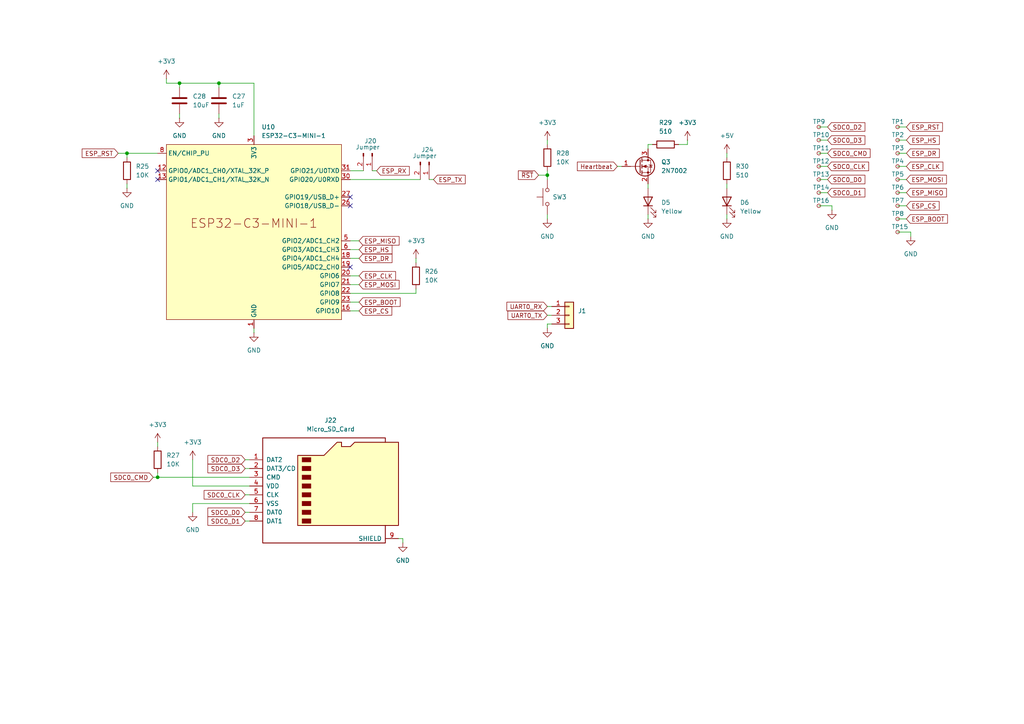
<source format=kicad_sch>
(kicad_sch (version 20231120) (generator "eeschema") (generator_version "8.0")
  (paper "A4")
  (lib_symbols
    (symbol "Connector:Conn_01x02_Pin" (pin_names (offset 1.016) hide)
      (property "Reference" "J" (at 0 2.54 0))
      (property "Value" "Conn_01x02_Pin" (at 0 -5.08 0))
      (symbol "Conn_01x02_Pin_1_1"
        (polyline (pts (xy 1.27 -2.54) (xy 0.8636 -2.54)) (stroke (width 0.1524)))
        (polyline (pts (xy 1.27 0) (xy 0.8636 0)) (stroke (width 0.1524)))
        (rectangle (start 0.8636 -2.413) (end 0 -2.667) (stroke (width 0.1524)) (fill (type outline)))
        (rectangle (start 0.8636 0.127) (end 0 -0.127) (stroke (width 0.1524)) (fill (type outline)))
        (pin passive line (at 5.08 0 180) (length 3.81) (name "Pin_1") (number "1"))
        (pin passive line (at 5.08 -2.54 180) (length 3.81) (name "Pin_2") (number "2"))
      )
    )
    (symbol "Connector:Micro_SD_Card" (pin_names (offset 1.016))
      (property "Reference" "J" (at -16.51 15.24 0))
      (property "Value" "Micro_SD_Card" (at 16.51 15.24 0))
      (symbol "Micro_SD_Card_0_1"
        (rectangle (start -7.62 -9.525) (end -5.08 -10.795) (fill (type outline)))
        (rectangle (start -7.62 -6.985) (end -5.08 -8.255) (fill (type outline)))
        (rectangle (start -7.62 -4.445) (end -5.08 -5.715) (fill (type outline)))
        (rectangle (start -7.62 -1.905) (end -5.08 -3.175) (fill (type outline)))
        (rectangle (start -7.62 0.635) (end -5.08 -0.635) (fill (type outline)))
        (rectangle (start -7.62 3.175) (end -5.08 1.905) (fill (type outline)))
        (rectangle (start -7.62 5.715) (end -5.08 4.445) (fill (type outline)))
        (rectangle (start -7.62 8.255) (end -5.08 6.985) (fill (type outline)))
        (polyline (pts (xy 16.51 12.7) (xy 16.51 13.97) (xy -19.05 13.97) (xy -19.05 -16.51) (xy 16.51 -16.51) (xy 16.51 -11.43)) (stroke (width 0.254)))
        (polyline (pts (xy -8.89 -11.43) (xy -8.89 8.89) (xy -1.27 8.89) (xy 2.54 12.7) (xy 3.81 12.7) (xy 3.81 11.43) (xy 6.35 11.43) (xy 7.62 12.7) (xy 20.32 12.7) (xy 20.32 -11.43) (xy -8.89 -11.43)) (stroke (width 0.254)) (fill (type background)))
      )
      (symbol "Micro_SD_Card_1_1"
        (pin bidirectional line (at -22.86 7.62 0) (length 3.81) (name "DAT2") (number "1"))
        (pin bidirectional line (at -22.86 5.08 0) (length 3.81) (name "DAT3/CD") (number "2"))
        (pin input line (at -22.86 2.54 0) (length 3.81) (name "CMD") (number "3"))
        (pin power_in line (at -22.86 0 0) (length 3.81) (name "VDD") (number "4"))
        (pin input line (at -22.86 -2.54 0) (length 3.81) (name "CLK") (number "5"))
        (pin power_in line (at -22.86 -5.08 0) (length 3.81) (name "VSS") (number "6"))
        (pin bidirectional line (at -22.86 -7.62 0) (length 3.81) (name "DAT0") (number "7"))
        (pin bidirectional line (at -22.86 -10.16 0) (length 3.81) (name "DAT1") (number "8"))
        (pin passive line (at 20.32 -15.24 180) (length 3.81) (name "SHIELD") (number "9"))
      )
    )
    (symbol "Connector:TestPoint_Small" (pin_numbers hide) (pin_names (offset 0.762) hide)
      (property "Reference" "TP" (at 0 3.81 0))
      (property "Value" "TestPoint_Small" (at 0 2.032 0))
      (symbol "TestPoint_Small_0_1"
        (circle (center 0 0) (radius 0.508))
      )
      (symbol "TestPoint_Small_1_1"
        (pin passive line (at 0 0 90) (length 0) (name "1") (number "1"))
      )
    )
    (symbol "Connector_Generic:Conn_01x03" (pin_names (offset 1.016) hide)
      (property "Reference" "J" (at 0 5.08 0))
      (property "Value" "Conn_01x03" (at 0 -5.08 0))
      (symbol "Conn_01x03_1_1"
        (rectangle (start -1.27 -2.413) (end 0 -2.667) (stroke (width 0.1524)))
        (rectangle (start -1.27 0.127) (end 0 -0.127) (stroke (width 0.1524)))
        (rectangle (start -1.27 2.667) (end 0 2.413) (stroke (width 0.1524)))
        (rectangle (start -1.27 3.81) (end 1.27 -3.81) (stroke (width 0.254)) (fill (type background)))
        (pin passive line (at -5.08 2.54 0) (length 3.81) (name "Pin_1") (number "1"))
        (pin passive line (at -5.08 0 0) (length 3.81) (name "Pin_2") (number "2"))
        (pin passive line (at -5.08 -2.54 0) (length 3.81) (name "Pin_3") (number "3"))
      )
    )
    (symbol "Device:C" (pin_numbers hide) (pin_names (offset 0.254))
      (property "Reference" "C" (at 0.635 2.54 0))
      (property "Value" "C" (at 0.635 -2.54 0))
      (symbol "C_0_1"
        (polyline (pts (xy -2.032 -0.762) (xy 2.032 -0.762)) (stroke (width 0.508)))
        (polyline (pts (xy -2.032 0.762) (xy 2.032 0.762)) (stroke (width 0.508)))
      )
      (symbol "C_1_1"
        (pin passive line (at 0 3.81 270) (length 2.794) (name "~") (number "1"))
        (pin passive line (at 0 -3.81 90) (length 2.794) (name "~") (number "2"))
      )
    )
    (symbol "Device:LED" (pin_numbers hide) (pin_names (offset 1.016) hide)
      (property "Reference" "D" (at 0 2.54 0))
      (property "Value" "LED" (at 0 -2.54 0))
      (symbol "LED_0_1"
        (polyline (pts (xy -1.27 -1.27) (xy -1.27 1.27)) (stroke (width 0.254)))
        (polyline (pts (xy -1.27 0) (xy 1.27 0)))
        (polyline (pts (xy 1.27 -1.27) (xy 1.27 1.27) (xy -1.27 0) (xy 1.27 -1.27)) (stroke (width 0.254)))
        (polyline (pts (xy -3.048 -0.762) (xy -4.572 -2.286) (xy -3.81 -2.286) (xy -4.572 -2.286) (xy -4.572 -1.524)))
        (polyline (pts (xy -1.778 -0.762) (xy -3.302 -2.286) (xy -2.54 -2.286) (xy -3.302 -2.286) (xy -3.302 -1.524)))
      )
      (symbol "LED_1_1"
        (pin passive line (at -3.81 0 0) (length 2.54) (name "K") (number "1"))
        (pin passive line (at 3.81 0 180) (length 2.54) (name "A") (number "2"))
      )
    )
    (symbol "Device:R" (pin_numbers hide) (pin_names (offset 0))
      (property "Reference" "R" (at 2.032 0 90))
      (property "Value" "R" (at 0 0 90))
      (symbol "R_0_1"
        (rectangle (start -1.016 -2.54) (end 1.016 2.54) (stroke (width 0.254)))
      )
      (symbol "R_1_1"
        (pin passive line (at 0 3.81 270) (length 1.27) (name "~") (number "1"))
        (pin passive line (at 0 -3.81 90) (length 1.27) (name "~") (number "2"))
      )
    )
    (symbol "PCM_Espressif:ESP32-C3-MINI-1"
      (property "Reference" "U" (at -25.4 30.48 0))
      (property "Value" "ESP32-C3-MINI-1" (at -25.4 27.94 0))
      (symbol "ESP32-C3-MINI-1_0_0"
        (text "ESP32-C3-MINI-1" (at 0 2.54 0) (effects (font (size 2.54 2.54))))
      )
      (symbol "ESP32-C3-MINI-1_0_1"
        (rectangle (start -25.4 25.4) (end 25.4 -25.4) (fill (type background)))
      )
      (symbol "ESP32-C3-MINI-1_1_1"
        (pin power_in line (at 0 -27.94 90) (length 2.54) (name "GND") (number "1"))
        (pin no_connect line (at -25.4 2.54 0) (length 2.54) hide (name "NC") (number "10"))
        (pin passive line (at 0 -27.94 90) (length 2.54) hide (name "GND") (number "11"))
        (pin bidirectional line (at -27.94 17.78 0) (length 2.54) (name "GPIO0/ADC1_CH0/XTAL_32K_P") (number "12"))
        (pin bidirectional line (at -27.94 15.24 0) (length 2.54) (name "GPIO1/ADC1_CH1/XTAL_32K_N") (number "13"))
        (pin passive line (at 0 -27.94 90) (length 2.54) hide (name "GND") (number "14"))
        (pin no_connect line (at -25.4 0 0) (length 2.54) hide (name "NC") (number "15"))
        (pin bidirectional line (at 27.94 -22.86 180) (length 2.54) (name "GPIO10") (number "16"))
        (pin no_connect line (at -25.4 -2.54 0) (length 2.54) hide (name "NC") (number "17"))
        (pin bidirectional line (at 27.94 -7.62 180) (length 2.54) (name "GPIO4/ADC1_CH4") (number "18"))
        (pin bidirectional line (at 27.94 -10.16 180) (length 2.54) (name "GPIO5/ADC2_CH0") (number "19"))
        (pin passive line (at 0 -27.94 90) (length 2.54) hide (name "GND") (number "2"))
        (pin bidirectional line (at 27.94 -12.7 180) (length 2.54) (name "GPIO6") (number "20"))
        (pin bidirectional line (at 27.94 -15.24 180) (length 2.54) (name "GPIO7") (number "21"))
        (pin bidirectional line (at 27.94 -17.78 180) (length 2.54) (name "GPIO8") (number "22"))
        (pin bidirectional line (at 27.94 -20.32 180) (length 2.54) (name "GPIO9") (number "23"))
        (pin no_connect line (at -25.4 -5.08 0) (length 2.54) hide (name "NC") (number "24"))
        (pin no_connect line (at -25.4 -7.62 0) (length 2.54) hide (name "NC") (number "25"))
        (pin bidirectional line (at 27.94 7.62 180) (length 2.54) (name "GPIO18/USB_D-") (number "26"))
        (pin bidirectional line (at 27.94 10.16 180) (length 2.54) (name "GPIO19/USB_D+") (number "27"))
        (pin no_connect line (at -25.4 -10.16 0) (length 2.54) hide (name "NC") (number "28"))
        (pin no_connect line (at -25.4 -12.7 0) (length 2.54) hide (name "NC") (number "29"))
        (pin power_in line (at 0 27.94 270) (length 2.54) (name "3V3") (number "3"))
        (pin bidirectional line (at 27.94 15.24 180) (length 2.54) (name "GPIO20/U0RXD") (number "30"))
        (pin bidirectional line (at 27.94 17.78 180) (length 2.54) (name "GPIO21/U0TXD") (number "31"))
        (pin no_connect line (at -25.4 -15.24 0) (length 2.54) hide (name "NC") (number "32"))
        (pin no_connect line (at -25.4 -17.78 0) (length 2.54) hide (name "NC") (number "33"))
        (pin no_connect line (at -25.4 -20.32 0) (length 2.54) hide (name "NC") (number "34"))
        (pin no_connect line (at -25.4 -22.86 0) (length 2.54) hide (name "NC") (number "35"))
        (pin passive line (at 0 -27.94 90) (length 2.54) hide (name "GND") (number "36"))
        (pin passive line (at 0 -27.94 90) (length 2.54) hide (name "GND") (number "37"))
        (pin passive line (at 0 -27.94 90) (length 2.54) hide (name "GND") (number "38"))
        (pin passive line (at 0 -27.94 90) (length 2.54) hide (name "GND") (number "39"))
        (pin no_connect line (at -25.4 10.16 0) (length 2.54) hide (name "NC") (number "4"))
        (pin passive line (at 0 -27.94 90) (length 2.54) hide (name "GND") (number "40"))
        (pin passive line (at 0 -27.94 90) (length 2.54) hide (name "GND") (number "41"))
        (pin passive line (at 0 -27.94 90) (length 2.54) hide (name "GND") (number "42"))
        (pin passive line (at 0 -27.94 90) (length 2.54) hide (name "GND") (number "43"))
        (pin passive line (at 0 -27.94 90) (length 2.54) hide (name "GND") (number "44"))
        (pin passive line (at 0 -27.94 90) (length 2.54) hide (name "GND") (number "45"))
        (pin passive line (at 0 -27.94 90) (length 2.54) hide (name "GND") (number "46"))
        (pin passive line (at 0 -27.94 90) (length 2.54) hide (name "GND") (number "47"))
        (pin passive line (at 0 -27.94 90) (length 2.54) hide (name "GND") (number "48"))
        (pin passive line (at 0 -27.94 90) (length 2.54) hide (name "GND") (number "49"))
        (pin bidirectional line (at 27.94 -2.54 180) (length 2.54) (name "GPIO2/ADC1_CH2") (number "5"))
        (pin passive line (at 0 -27.94 90) (length 2.54) hide (name "GND") (number "50"))
        (pin passive line (at 0 -27.94 90) (length 2.54) hide (name "GND") (number "51"))
        (pin passive line (at 0 -27.94 90) (length 2.54) hide (name "GND") (number "52"))
        (pin passive line (at 0 -27.94 90) (length 2.54) hide (name "GND") (number "53"))
        (pin bidirectional line (at 27.94 -5.08 180) (length 2.54) (name "GPIO3/ADC1_CH3") (number "6"))
        (pin no_connect line (at -25.4 7.62 0) (length 2.54) hide (name "NC") (number "7"))
        (pin input line (at -27.94 22.86 0) (length 2.54) (name "EN/CHIP_PU") (number "8"))
        (pin no_connect line (at -25.4 5.08 0) (length 2.54) hide (name "NC") (number "9"))
      )
    )
    (symbol "Switch:SW_Push" (pin_numbers hide) (pin_names (offset 1.016) hide)
      (property "Reference" "SW" (at 1.27 2.54 0))
      (property "Value" "SW_Push" (at 0 -1.524 0))
      (symbol "SW_Push_0_1"
        (circle (center -2.032 0) (radius 0.508))
        (polyline (pts (xy 0 1.27) (xy 0 3.048)))
        (polyline (pts (xy 2.54 1.27) (xy -2.54 1.27)))
        (circle (center 2.032 0) (radius 0.508))
        (pin passive line (at -5.08 0 0) (length 2.54) (name "1") (number "1"))
        (pin passive line (at 5.08 0 180) (length 2.54) (name "2") (number "2"))
      )
    )
    (symbol "Transistor_FET:2N7002" (pin_names hide)
      (property "Reference" "Q" (at 5.08 1.905 0))
      (property "Value" "2N7002" (at 5.08 0 0))
      (symbol "2N7002_0_1"
        (polyline (pts (xy 0.254 0) (xy -2.54 0)))
        (polyline (pts (xy 0.254 1.905) (xy 0.254 -1.905)) (stroke (width 0.254)))
        (polyline (pts (xy 0.762 -1.27) (xy 0.762 -2.286)) (stroke (width 0.254)))
        (polyline (pts (xy 0.762 0.508) (xy 0.762 -0.508)) (stroke (width 0.254)))
        (polyline (pts (xy 0.762 2.286) (xy 0.762 1.27)) (stroke (width 0.254)))
        (polyline (pts (xy 2.54 2.54) (xy 2.54 1.778)))
        (polyline (pts (xy 2.54 -2.54) (xy 2.54 0) (xy 0.762 0)))
        (polyline (pts (xy 0.762 -1.778) (xy 3.302 -1.778) (xy 3.302 1.778) (xy 0.762 1.778)))
        (polyline (pts (xy 1.016 0) (xy 2.032 0.381) (xy 2.032 -0.381) (xy 1.016 0)) (fill (type outline)))
        (polyline (pts (xy 2.794 0.508) (xy 2.921 0.381) (xy 3.683 0.381) (xy 3.81 0.254)))
        (polyline (pts (xy 3.302 0.381) (xy 2.921 -0.254) (xy 3.683 -0.254) (xy 3.302 0.381)))
        (circle (center 1.651 0) (radius 2.794) (stroke (width 0.254)))
        (circle (center 2.54 -1.778) (radius 0.254) (fill (type outline)))
        (circle (center 2.54 1.778) (radius 0.254) (fill (type outline)))
      )
      (symbol "2N7002_1_1"
        (pin input line (at -5.08 0 0) (length 2.54) (name "G") (number "1"))
        (pin passive line (at 2.54 -5.08 90) (length 2.54) (name "S") (number "2"))
        (pin passive line (at 2.54 5.08 270) (length 2.54) (name "D") (number "3"))
      )
    )
    (symbol "power:+3V3" (power) (pin_numbers hide) (pin_names (offset 0) hide)
      (property "Value" "+3V3" (at 0 3.556 0))
      (symbol "+3V3_0_1"
        (polyline (pts (xy -0.762 1.27) (xy 0 2.54)))
        (polyline (pts (xy 0 0) (xy 0 2.54)))
        (polyline (pts (xy 0 2.54) (xy 0.762 1.27)))
      )
      (symbol "+3V3_1_1"
        (pin power_in line (at 0 0 90) (length 0) (name "~") (number "1"))
      )
    )
    (symbol "power:+5V" (power) (pin_numbers hide) (pin_names (offset 0) hide)
      (property "Value" "+5V" (at 0 3.556 0))
      (symbol "+5V_0_1"
        (polyline (pts (xy -0.762 1.27) (xy 0 2.54)))
        (polyline (pts (xy 0 0) (xy 0 2.54)))
        (polyline (pts (xy 0 2.54) (xy 0.762 1.27)))
      )
      (symbol "+5V_1_1"
        (pin power_in line (at 0 0 90) (length 0) (name "~") (number "1"))
      )
    )
    (symbol "power:GND" (power) (pin_numbers hide) (pin_names (offset 0) hide)
      (property "Value" "GND" (at 0 -3.81 0))
      (symbol "GND_0_1"
        (polyline (pts (xy 0 0) (xy 0 -1.27) (xy 1.27 -1.27) (xy 0 -2.54) (xy -1.27 -1.27) (xy 0 -1.27)))
      )
      (symbol "GND_1_1"
        (pin power_in line (at 0 0 270) (length 0) (name "~") (number "1"))
      )
    )
  )
  (junction (at 45.72 138.43))
  (junction (at 63.5 24.13))
  (junction (at 36.83 44.45))
  (junction (at 52.07 24.13))
  (junction (at 158.75 50.8))
  (no_connect (at 101.6 77.47))
  (no_connect (at 101.6 57.15))
  (no_connect (at 101.6 59.69))
  (no_connect (at 45.72 52.07))
  (no_connect (at 45.72 49.53))
  (wire (pts (xy 71.12 135.89) (xy 72.39 135.89)))
  (wire (pts (xy 45.72 138.43) (xy 72.39 138.43)))
  (wire (pts (xy 158.75 50.8) (xy 158.75 52.07)))
  (wire (pts (xy 210.82 53.34) (xy 210.82 54.61)))
  (wire (pts (xy 116.84 156.21) (xy 116.84 157.48)))
  (wire (pts (xy 115.57 156.21) (xy 116.84 156.21)))
  (wire (pts (xy 237.49 44.45) (xy 240.03 44.45)))
  (wire (pts (xy 73.66 24.13) (xy 63.5 24.13)))
  (wire (pts (xy 101.6 90.17) (xy 104.14 90.17)))
  (wire (pts (xy 187.96 62.23) (xy 187.96 63.5)))
  (wire (pts (xy 101.6 72.39) (xy 104.14 72.39)))
  (wire (pts (xy 71.12 143.51) (xy 72.39 143.51)))
  (wire (pts (xy 101.6 80.01) (xy 104.14 80.01)))
  (wire (pts (xy 237.49 36.83) (xy 240.03 36.83)))
  (wire (pts (xy 260.35 44.45) (xy 262.89 44.45)))
  (wire (pts (xy 72.39 146.05) (xy 55.88 146.05)))
  (wire (pts (xy 36.83 44.45) (xy 45.72 44.45)))
  (wire (pts (xy 71.12 133.35) (xy 72.39 133.35)))
  (wire (pts (xy 124.46 52.07) (xy 125.73 52.07)))
  (wire (pts (xy 36.83 44.45) (xy 36.83 45.72)))
  (wire (pts (xy 101.6 82.55) (xy 104.14 82.55)))
  (wire (pts (xy 48.26 22.86) (xy 48.26 24.13)))
  (wire (pts (xy 241.3 59.69) (xy 241.3 60.96)))
  (wire (pts (xy 187.96 41.91) (xy 187.96 43.18)))
  (wire (pts (xy 120.65 83.82) (xy 120.65 85.09)))
  (wire (pts (xy 45.72 137.16) (xy 45.72 138.43)))
  (wire (pts (xy 55.88 133.35) (xy 55.88 140.97)))
  (wire (pts (xy 260.35 52.07) (xy 262.89 52.07)))
  (wire (pts (xy 101.6 52.07) (xy 121.92 52.07)))
  (wire (pts (xy 260.35 48.26) (xy 262.89 48.26)))
  (wire (pts (xy 101.6 69.85) (xy 104.14 69.85)))
  (wire (pts (xy 73.66 39.37) (xy 73.66 24.13)))
  (wire (pts (xy 71.12 148.59) (xy 72.39 148.59)))
  (wire (pts (xy 264.16 67.31) (xy 264.16 68.58)))
  (wire (pts (xy 55.88 146.05) (xy 55.88 148.59)))
  (wire (pts (xy 63.5 24.13) (xy 52.07 24.13)))
  (wire (pts (xy 107.95 49.53) (xy 109.22 49.53)))
  (wire (pts (xy 158.75 93.98) (xy 158.75 95.25)))
  (wire (pts (xy 158.75 91.44) (xy 160.02 91.44)))
  (wire (pts (xy 237.49 55.88) (xy 240.03 55.88)))
  (wire (pts (xy 158.75 40.64) (xy 158.75 41.91)))
  (wire (pts (xy 260.35 59.69) (xy 262.89 59.69)))
  (wire (pts (xy 260.35 67.31) (xy 264.16 67.31)))
  (wire (pts (xy 101.6 85.09) (xy 120.65 85.09)))
  (wire (pts (xy 72.39 140.97) (xy 55.88 140.97)))
  (wire (pts (xy 63.5 24.13) (xy 63.5 25.4)))
  (wire (pts (xy 260.35 36.83) (xy 262.89 36.83)))
  (wire (pts (xy 52.07 24.13) (xy 52.07 25.4)))
  (wire (pts (xy 179.07 48.26) (xy 180.34 48.26)))
  (wire (pts (xy 71.12 151.13) (xy 72.39 151.13)))
  (wire (pts (xy 36.83 53.34) (xy 36.83 54.61)))
  (wire (pts (xy 34.29 44.45) (xy 36.83 44.45)))
  (wire (pts (xy 160.02 93.98) (xy 158.75 93.98)))
  (wire (pts (xy 101.6 49.53) (xy 105.41 49.53)))
  (wire (pts (xy 101.6 74.93) (xy 104.14 74.93)))
  (wire (pts (xy 196.85 41.91) (xy 199.39 41.91)))
  (wire (pts (xy 158.75 62.23) (xy 158.75 63.5)))
  (wire (pts (xy 52.07 33.02) (xy 52.07 34.29)))
  (wire (pts (xy 156.21 50.8) (xy 158.75 50.8)))
  (wire (pts (xy 210.82 62.23) (xy 210.82 63.5)))
  (wire (pts (xy 210.82 44.45) (xy 210.82 45.72)))
  (wire (pts (xy 260.35 55.88) (xy 262.89 55.88)))
  (wire (pts (xy 237.49 52.07) (xy 240.03 52.07)))
  (wire (pts (xy 48.26 24.13) (xy 52.07 24.13)))
  (wire (pts (xy 44.45 138.43) (xy 45.72 138.43)))
  (wire (pts (xy 237.49 59.69) (xy 241.3 59.69)))
  (wire (pts (xy 101.6 87.63) (xy 104.14 87.63)))
  (wire (pts (xy 199.39 40.64) (xy 199.39 41.91)))
  (wire (pts (xy 158.75 49.53) (xy 158.75 50.8)))
  (wire (pts (xy 187.96 53.34) (xy 187.96 54.61)))
  (wire (pts (xy 260.35 63.5) (xy 262.89 63.5)))
  (wire (pts (xy 189.23 41.91) (xy 187.96 41.91)))
  (wire (pts (xy 63.5 33.02) (xy 63.5 34.29)))
  (wire (pts (xy 73.66 95.25) (xy 73.66 96.52)))
  (wire (pts (xy 260.35 40.64) (xy 262.89 40.64)))
  (wire (pts (xy 158.75 88.9) (xy 160.02 88.9)))
  (wire (pts (xy 45.72 128.27) (xy 45.72 129.54)))
  (wire (pts (xy 120.65 74.93) (xy 120.65 76.2)))
  (wire (pts (xy 237.49 40.64) (xy 240.03 40.64)))
  (wire (pts (xy 237.49 48.26) (xy 240.03 48.26)))
  (global_label "SDC0_D2" (shape input) (at 240.03 36.83 0) (property "Intersheetrefs" "${INTERSHEET_REFS}" (effects (hide yes))))
  (global_label "Heartbeat" (shape input) (at 179.07 48.26 180) (property "Intersheetrefs" "${INTERSHEET_REFS}" (effects (hide yes))))
  (global_label "ESP_RST" (shape input) (at 34.29 44.45 180) (property "Intersheetrefs" "${INTERSHEET_REFS}" (effects (hide yes))))
  (global_label "SDC0_D2" (shape input) (at 71.12 133.35 180) (property "Intersheetrefs" "${INTERSHEET_REFS}" (effects (hide yes))))
  (global_label "ESP_HS" (shape input) (at 262.89 40.64 0) (property "Intersheetrefs" "${INTERSHEET_REFS}" (effects (hide yes))))
  (global_label "SDC0_CMD" (shape input) (at 240.03 44.45 0) (property "Intersheetrefs" "${INTERSHEET_REFS}" (effects (hide yes))))
  (global_label "ESP_BOOT" (shape input) (at 104.14 87.63 0) (property "Intersheetrefs" "${INTERSHEET_REFS}" (effects (hide yes))))
  (global_label "ESP_DR" (shape input) (at 104.14 74.93 0) (property "Intersheetrefs" "${INTERSHEET_REFS}" (effects (hide yes))))
  (global_label "ESP_MOSI" (shape input) (at 104.14 82.55 0) (property "Intersheetrefs" "${INTERSHEET_REFS}" (effects (hide yes))))
  (global_label "SDC0_D1" (shape input) (at 240.03 55.88 0) (property "Intersheetrefs" "${INTERSHEET_REFS}" (effects (hide yes))))
  (global_label "ESP_CS" (shape input) (at 104.14 90.17 0) (property "Intersheetrefs" "${INTERSHEET_REFS}" (effects (hide yes))))
  (global_label "ESP_CLK" (shape input) (at 262.89 48.26 0) (property "Intersheetrefs" "${INTERSHEET_REFS}" (effects (hide yes))))
  (global_label "SDC0_D0" (shape input) (at 240.03 52.07 0) (property "Intersheetrefs" "${INTERSHEET_REFS}" (effects (hide yes))))
  (global_label "SDC0_D1" (shape input) (at 71.12 151.13 180) (property "Intersheetrefs" "${INTERSHEET_REFS}" (effects (hide yes))))
  (global_label "SDC0_D3" (shape input) (at 71.12 135.89 180) (property "Intersheetrefs" "${INTERSHEET_REFS}" (effects (hide yes))))
  (global_label "ESP_MOSI" (shape input) (at 262.89 52.07 0) (property "Intersheetrefs" "${INTERSHEET_REFS}" (effects (hide yes))))
  (global_label "ESP_HS" (shape input) (at 104.14 72.39 0) (property "Intersheetrefs" "${INTERSHEET_REFS}" (effects (hide yes))))
  (global_label "UART0_RX" (shape input) (at 158.75 88.9 180) (property "Intersheetrefs" "${INTERSHEET_REFS}" (effects (hide yes))))
  (global_label "ESP_DR" (shape input) (at 262.89 44.45 0) (property "Intersheetrefs" "${INTERSHEET_REFS}" (effects (hide yes))))
  (global_label "SDC0_D3" (shape input) (at 240.03 40.64 0) (property "Intersheetrefs" "${INTERSHEET_REFS}" (effects (hide yes))))
  (global_label "~{RST}" (shape input) (at 156.21 50.8 180) (property "Intersheetrefs" "${INTERSHEET_REFS}" (effects (hide yes))))
  (global_label "ESP_CLK" (shape input) (at 104.14 80.01 0) (property "Intersheetrefs" "${INTERSHEET_REFS}" (effects (hide yes))))
  (global_label "ESP_RST" (shape input) (at 262.89 36.83 0) (property "Intersheetrefs" "${INTERSHEET_REFS}" (effects (hide yes))))
  (global_label "ESP_RX" (shape input) (at 109.22 49.53 0) (property "Intersheetrefs" "${INTERSHEET_REFS}" (effects (hide yes))))
  (global_label "ESP_CS" (shape input) (at 262.89 59.69 0) (property "Intersheetrefs" "${INTERSHEET_REFS}" (effects (hide yes))))
  (global_label "ESP_BOOT" (shape input) (at 262.89 63.5 0) (property "Intersheetrefs" "${INTERSHEET_REFS}" (effects (hide yes))))
  (global_label "SDC0_CLK" (shape input) (at 71.12 143.51 180) (property "Intersheetrefs" "${INTERSHEET_REFS}" (effects (hide yes))))
  (global_label "ESP_TX" (shape input) (at 125.73 52.07 0) (property "Intersheetrefs" "${INTERSHEET_REFS}" (effects (hide yes))))
  (global_label "SDC0_CMD" (shape input) (at 44.45 138.43 180) (property "Intersheetrefs" "${INTERSHEET_REFS}" (effects (hide yes))))
  (global_label "SDC0_D0" (shape input) (at 71.12 148.59 180) (property "Intersheetrefs" "${INTERSHEET_REFS}" (effects (hide yes))))
  (global_label "UART0_TX" (shape input) (at 158.75 91.44 180) (property "Intersheetrefs" "${INTERSHEET_REFS}" (effects (hide yes))))
  (global_label "ESP_MISO" (shape input) (at 262.89 55.88 0) (property "Intersheetrefs" "${INTERSHEET_REFS}" (effects (hide yes))))
  (global_label "ESP_MISO" (shape input) (at 104.14 69.85 0) (property "Intersheetrefs" "${INTERSHEET_REFS}" (effects (hide yes))))
  (global_label "SDC0_CLK" (shape input) (at 240.03 48.26 0) (property "Intersheetrefs" "${INTERSHEET_REFS}" (effects (hide yes))))
  (symbol (lib_id "Connector:TestPoint_Small") (at 237.49 59.69 0) (unit 1)
    (property "Reference" "TP16" (at 235.712 58.166 0) (effects (justify left)))
    (property "Value" "TestPoint_Small" (effects (hide yes)))
    (property "Footprint" "TestPoint:TestPoint_Pad_D1.0mm" (effects (hide yes)))
    (property "Description" "test point" (effects (hide yes)))
  )
  (symbol (lib_id "power:GND") (at 210.82 63.5 0) (unit 1)
    (property "Reference" "#PWR0110" (effects (hide yes)))
    (property "Value" "GND" (at 210.82 68.58 0))
    (property "Description" "Power symbol creates a global label with name \"GND\" , ground" (effects (hide yes)))
  )
  (symbol (lib_id "power:GND") (at 52.07 34.29 0) (unit 1)
    (property "Reference" "#PWR097" (effects (hide yes)))
    (property "Value" "GND" (at 52.07 39.37 0))
    (property "Description" "Power symbol creates a global label with name \"GND\" , ground" (effects (hide yes)))
  )
  (symbol (lib_id "power:+3V3") (at 199.39 40.64 0) (unit 1)
    (property "Reference" "#PWR0108" (effects (hide yes)))
    (property "Value" "+3V3" (at 199.39 35.56 0))
    (property "Description" "Power symbol creates a global label with name \"+3V3\"" (effects (hide yes)))
  )
  (symbol (lib_id "Device:R") (at 158.75 45.72 0) (unit 1)
    (property "Reference" "R28" (at 161.29 44.4499 0) (effects (justify left)))
    (property "Value" "10K" (at 161.29 46.9899 0) (effects (justify left)))
    (property "Footprint" "Resistor_SMD:R_0603_1608Metric" (effects (hide yes)))
    (property "Datasheet" "https://wmsc.lcsc.com/wmsc/upload/file/pdf/v2/lcsc/2206010045_UNI-ROYAL-Uniroyal-Elec-0603WAF1002T5E_C25804.pdf" (effects (hide yes)))
    (property "Description" "Resistor" (effects (hide yes)))
    (property "LCSC" "C25804" (effects (hide yes)))
  )
  (symbol (lib_id "Device:R") (at 193.04 41.91 90) (unit 1)
    (property "Reference" "R29" (at 193.04 35.56 90))
    (property "Value" "510" (at 193.04 38.1 90))
    (property "Footprint" "Resistor_SMD:R_0603_1608Metric" (effects (hide yes)))
    (property "Datasheet" "https://wmsc.lcsc.com/wmsc/upload/file/pdf/v2/lcsc/2206010116_UNI-ROYAL-Uniroyal-Elec-0603WAF5601T5E_C23189.pdf" (effects (hide yes)))
    (property "Description" "Resistor" (effects (hide yes)))
    (property "LCSC" "C23193" (effects (hide yes)))
  )
  (symbol (lib_id "Connector:Micro_SD_Card") (at 95.25 140.97 0) (unit 1)
    (property "Reference" "J22" (at 95.885 121.92 0))
    (property "Value" "Micro_SD_Card" (at 95.885 124.46 0))
    (property "Footprint" "Connector_Card:microSD_HC_Molex_104031-0811" (effects (hide yes)))
    (property "Datasheet" "https://wmsc.lcsc.com/wmsc/upload/file/pdf/v2/lcsc/2011171806_MOLEX-1040310811_C585350.pdf" (effects (hide yes)))
    (property "Description" "Micro SD Card Socket" (effects (hide yes)))
    (property "LCSC" "C585350" (effects (hide yes)))
  )
  (symbol (lib_id "Device:C") (at 52.07 29.21 0) (unit 1)
    (property "Reference" "C28" (at 55.88 27.9399 0) (effects (justify left)))
    (property "Value" "10uF" (at 55.88 30.4799 0) (effects (justify left)))
    (property "Footprint" "Capacitor_SMD:C_0402_1005Metric" (effects (hide yes)))
    (property "Datasheet" "https://wmsc.lcsc.com/wmsc/upload/file/pdf/v2/lcsc/2304140030_Samsung-Electro-Mechanics-CL10A106KP8NNNC_C19702.pdf" (effects (hide yes)))
    (property "Description" "Unpolarized capacitor" (effects (hide yes)))
    (property "LCSC" "C15525" (effects (hide yes)))
  )
  (symbol (lib_id "Connector:TestPoint_Small") (at 260.35 63.5 0) (unit 1)
    (property "Reference" "TP8" (at 258.572 61.976 0) (effects (justify left)))
    (property "Value" "TestPoint_Small" (effects (hide yes)))
    (property "Footprint" "TestPoint:TestPoint_Pad_D1.0mm" (effects (hide yes)))
    (property "Description" "test point" (effects (hide yes)))
  )
  (symbol (lib_id "PCM_Espressif:ESP32-C3-MINI-1") (at 73.66 67.31 0) (unit 1)
    (property "Reference" "U10" (at 75.8541 36.83 0) (effects (justify left)))
    (property "Value" "ESP32-C3-MINI-1" (at 75.8541 39.37 0) (effects (justify left)))
    (property "Footprint" "PCM_Espressif:ESP32-C3-MINI-1" (effects (hide yes)))
    (property "Datasheet" "https://www.espressif.com/sites/default/files/documentation/esp32-c3-mini-1_datasheet_en.pdf" (effects (hide yes)))
    (property "Description" "ESP32-C3-MINI-1 family is an ultra-low-power MCU-based SoC solution that supports 2.4 GHz Wi-Fi and Bluetooth®Low Energy (Bluetooth LE)." (effects (hide yes)))
  )
  (symbol (lib_id "power:GND") (at 241.3 60.96 0) (unit 1)
    (property "Reference" "#PWR03" (effects (hide yes)))
    (property "Value" "GND" (at 241.3 66.04 0))
    (property "Description" "Power symbol creates a global label with name \"GND\" , ground" (effects (hide yes)))
  )
  (symbol (lib_id "power:GND") (at 36.83 54.61 0) (unit 1)
    (property "Reference" "#PWR099" (effects (hide yes)))
    (property "Value" "GND" (at 36.83 59.69 0))
    (property "Description" "Power symbol creates a global label with name \"GND\" , ground" (effects (hide yes)))
  )
  (symbol (lib_id "power:GND") (at 187.96 63.5 0) (unit 1)
    (property "Reference" "#PWR0107" (effects (hide yes)))
    (property "Value" "GND" (at 187.96 68.58 0))
    (property "Description" "Power symbol creates a global label with name \"GND\" , ground" (effects (hide yes)))
  )
  (symbol (lib_id "Device:R") (at 120.65 80.01 0) (unit 1)
    (property "Reference" "R26" (at 123.19 78.7399 0) (effects (justify left)))
    (property "Value" "10K" (at 123.19 81.2799 0) (effects (justify left)))
    (property "Footprint" "Resistor_SMD:R_0603_1608Metric" (effects (hide yes)))
    (property "Datasheet" "https://wmsc.lcsc.com/wmsc/upload/file/pdf/v2/lcsc/2206010045_UNI-ROYAL-Uniroyal-Elec-0603WAF1002T5E_C25804.pdf" (effects (hide yes)))
    (property "Description" "Resistor" (effects (hide yes)))
    (property "LCSC" "C25804" (effects (hide yes)))
  )
  (symbol (lib_id "Connector:TestPoint_Small") (at 260.35 52.07 0) (unit 1)
    (property "Reference" "TP5" (at 258.572 50.546 0) (effects (justify left)))
    (property "Value" "TestPoint_Small" (effects (hide yes)))
    (property "Footprint" "TestPoint:TestPoint_Pad_D1.0mm" (effects (hide yes)))
    (property "Description" "test point" (effects (hide yes)))
  )
  (symbol (lib_id "Connector:TestPoint_Small") (at 260.35 48.26 0) (unit 1)
    (property "Reference" "TP4" (at 258.572 46.736 0) (effects (justify left)))
    (property "Value" "TestPoint_Small" (effects (hide yes)))
    (property "Footprint" "TestPoint:TestPoint_Pad_D1.0mm" (effects (hide yes)))
    (property "Description" "test point" (effects (hide yes)))
  )
  (symbol (lib_id "power:+3V3") (at 55.88 133.35 0) (unit 1)
    (property "Reference" "#PWR0101" (effects (hide yes)))
    (property "Value" "+3V3" (at 55.88 128.27 0))
    (property "Description" "Power symbol creates a global label with name \"+3V3\"" (effects (hide yes)))
  )
  (symbol (lib_id "Connector:TestPoint_Small") (at 260.35 44.45 0) (unit 1)
    (property "Reference" "TP3" (at 258.572 42.926 0) (effects (justify left)))
    (property "Value" "TestPoint_Small" (effects (hide yes)))
    (property "Footprint" "TestPoint:TestPoint_Pad_D1.0mm" (effects (hide yes)))
    (property "Description" "test point" (effects (hide yes)))
  )
  (symbol (lib_id "Connector:TestPoint_Small") (at 237.49 55.88 0) (unit 1)
    (property "Reference" "TP14" (at 235.712 54.356 0) (effects (justify left)))
    (property "Value" "TestPoint_Small" (effects (hide yes)))
    (property "Footprint" "TestPoint:TestPoint_Pad_D1.0mm" (effects (hide yes)))
    (property "Description" "test point" (effects (hide yes)))
  )
  (symbol (lib_id "Connector:TestPoint_Small") (at 237.49 36.83 0) (unit 1)
    (property "Reference" "TP9" (at 235.712 35.306 0) (effects (justify left)))
    (property "Value" "TestPoint_Small" (effects (hide yes)))
    (property "Footprint" "TestPoint:TestPoint_Pad_D1.0mm" (effects (hide yes)))
    (property "Description" "test point" (effects (hide yes)))
  )
  (symbol (lib_id "power:GND") (at 116.84 157.48 0) (unit 1)
    (property "Reference" "#PWR0104" (effects (hide yes)))
    (property "Value" "GND" (at 116.84 162.56 0))
    (property "Description" "Power symbol creates a global label with name \"GND\" , ground" (effects (hide yes)))
  )
  (symbol (lib_id "power:+5V") (at 210.82 44.45 0) (unit 1)
    (property "Reference" "#PWR0109" (effects (hide yes)))
    (property "Value" "+5V" (at 210.82 39.37 0))
    (property "Description" "Power symbol creates a global label with name \"+5V\"" (effects (hide yes)))
  )
  (symbol (lib_id "Connector:TestPoint_Small") (at 260.35 55.88 0) (unit 1)
    (property "Reference" "TP6" (at 258.572 54.356 0) (effects (justify left)))
    (property "Value" "TestPoint_Small" (effects (hide yes)))
    (property "Footprint" "TestPoint:TestPoint_Pad_D1.0mm" (effects (hide yes)))
    (property "Description" "test point" (effects (hide yes)))
  )
  (symbol (lib_id "power:GND") (at 73.66 96.52 0) (unit 1)
    (property "Reference" "#PWR096" (effects (hide yes)))
    (property "Value" "GND" (at 73.66 101.6 0))
    (property "Description" "Power symbol creates a global label with name \"GND\" , ground" (effects (hide yes)))
  )
  (symbol (lib_id "power:+3V3") (at 158.75 40.64 0) (unit 1)
    (property "Reference" "#PWR0105" (effects (hide yes)))
    (property "Value" "+3V3" (at 158.75 35.56 0))
    (property "Description" "Power symbol creates a global label with name \"+3V3\"" (effects (hide yes)))
  )
  (symbol (lib_id "Device:R") (at 210.82 49.53 0) (unit 1)
    (property "Reference" "R30" (at 213.36 48.2599 0) (effects (justify left)))
    (property "Value" "510" (at 213.36 50.7999 0) (effects (justify left)))
    (property "Footprint" "Resistor_SMD:R_0603_1608Metric" (effects (hide yes)))
    (property "Datasheet" "https://wmsc.lcsc.com/wmsc/upload/file/pdf/v2/lcsc/2206010116_UNI-ROYAL-Uniroyal-Elec-0603WAF5601T5E_C23189.pdf" (effects (hide yes)))
    (property "Description" "Resistor" (effects (hide yes)))
    (property "LCSC" "C23193" (effects (hide yes)))
  )
  (symbol (lib_id "Connector:TestPoint_Small") (at 260.35 36.83 0) (unit 1)
    (property "Reference" "TP1" (at 258.572 35.306 0) (effects (justify left)))
    (property "Value" "TestPoint_Small" (effects (hide yes)))
    (property "Footprint" "TestPoint:TestPoint_Pad_D1.0mm" (effects (hide yes)))
    (property "Description" "test point" (effects (hide yes)))
  )
  (symbol (lib_id "power:+3V3") (at 45.72 128.27 0) (unit 1)
    (property "Reference" "#PWR0102" (effects (hide yes)))
    (property "Value" "+3V3" (at 45.72 123.19 0))
    (property "Description" "Power symbol creates a global label with name \"+3V3\"" (effects (hide yes)))
  )
  (symbol (lib_id "power:+3V3") (at 120.65 74.93 0) (unit 1)
    (property "Reference" "#PWR095" (effects (hide yes)))
    (property "Value" "+3V3" (at 120.65 69.85 0))
    (property "Description" "Power symbol creates a global label with name \"+3V3\"" (effects (hide yes)))
  )
  (symbol (lib_id "Connector:TestPoint_Small") (at 260.35 59.69 0) (unit 1)
    (property "Reference" "TP7" (at 258.572 58.166 0) (effects (justify left)))
    (property "Value" "TestPoint_Small" (effects (hide yes)))
    (property "Footprint" "TestPoint:TestPoint_Pad_D1.0mm" (effects (hide yes)))
    (property "Description" "test point" (effects (hide yes)))
  )
  (symbol (lib_id "power:GND") (at 63.5 34.29 0) (unit 1)
    (property "Reference" "#PWR098" (effects (hide yes)))
    (property "Value" "GND" (at 63.5 39.37 0))
    (property "Description" "Power symbol creates a global label with name \"GND\" , ground" (effects (hide yes)))
  )
  (symbol (lib_id "Connector:TestPoint_Small") (at 260.35 40.64 0) (unit 1)
    (property "Reference" "TP2" (at 258.572 39.116 0) (effects (justify left)))
    (property "Value" "TestPoint_Small" (effects (hide yes)))
    (property "Footprint" "TestPoint:TestPoint_Pad_D1.0mm" (effects (hide yes)))
    (property "Description" "test point" (effects (hide yes)))
  )
  (symbol (lib_id "power:GND") (at 158.75 63.5 0) (unit 1)
    (property "Reference" "#PWR0106" (effects (hide yes)))
    (property "Value" "GND" (at 158.75 68.58 0))
    (property "Description" "Power symbol creates a global label with name \"GND\" , ground" (effects (hide yes)))
  )
  (symbol (lib_id "Device:LED") (at 187.96 58.42 90) (unit 1)
    (property "Reference" "D5" (at 191.77 58.7374 90) (effects (justify right)))
    (property "Value" "Yellow" (at 191.77 61.2774 90) (effects (justify right)))
    (property "Footprint" "LED_SMD:LED_0603_1608Metric" (effects (hide yes)))
    (property "Datasheet" "https://wmsc.lcsc.com/wmsc/upload/file/pdf/v2/lcsc/1810101813_Everlight-Elec-19-213-Y2C-CQ2R2L-3T-CY_C72038.pdf" (effects (hide yes)))
    (property "Description" "Light emitting diode" (effects (hide yes)))
    (property "LCSC" "C72038" (effects (hide yes)))
  )
  (symbol (lib_id "power:GND") (at 264.16 68.58 0) (unit 1)
    (property "Reference" "#PWR02" (effects (hide yes)))
    (property "Value" "GND" (at 264.16 73.66 0))
    (property "Description" "Power symbol creates a global label with name \"GND\" , ground" (effects (hide yes)))
  )
  (symbol (lib_id "Connector:Conn_01x02_Pin") (at 124.46 46.99 270) (unit 1)
    (property "Reference" "J24" (at 122.174 43.434 90) (effects (justify left)))
    (property "Value" "Jumper" (at 119.634 45.212 90) (effects (justify left)))
    (property "Footprint" "Connector_PinHeader_2.54mm:PinHeader_1x02_P2.54mm_Vertical" (effects (hide yes)))
    (property "Description" "Generic connector, single row, 01x02, script generated" (effects (hide yes)))
  )
  (symbol (lib_id "Switch:SW_Push") (at 158.75 57.15 90) (unit 1)
    (property "Reference" "SW3" (at 160.274 57.15 90) (effects (justify right)))
    (property "Value" "SW_Push" (effects (hide yes)))
    (property "Footprint" "Button_Switch_SMD:SW_Push_1P1T_XKB_TS-1187A" (effects (hide yes)))
    (property "Datasheet" "https://wmsc.lcsc.com/wmsc/upload/file/pdf/v2/lcsc/2304140030_XKB-Connectivity-TS-1187A-B-A-B_C318884.pdf" (effects (hide yes)))
    (property "Description" "Push button switch, generic, two pins" (effects (hide yes)))
    (property "LCSC" "C318884" (effects (hide yes)))
  )
  (symbol (lib_id "Transistor_FET:2N7002") (at 185.42 48.26 0) (unit 1)
    (property "Reference" "Q3" (at 191.77 46.9899 0) (effects (justify left)))
    (property "Value" "2N7002" (at 191.77 49.5299 0) (effects (justify left)))
    (property "Footprint" "Package_TO_SOT_SMD:SOT-23" (effects (hide yes)))
    (property "Datasheet" "https://wmsc.lcsc.com/wmsc/upload/file/pdf/v2/lcsc/2304140030_Jiangsu-Changjing-Electronics-Technology-Co---Ltd--2N7002_C8545.pdf" (effects (hide yes)))
    (property "Description" "0.115A Id, 60V Vds, N-Channel MOSFET, SOT-23" (effects (hide yes)))
    (property "LCSC" "C8545" (effects (hide yes)))
  )
  (symbol (lib_id "power:GND") (at 158.75 95.25 0) (unit 1)
    (property "Reference" "#PWR01" (effects (hide yes)))
    (property "Value" "GND" (at 158.75 100.33 0))
    (property "Description" "Power symbol creates a global label with name \"GND\" , ground" (effects (hide yes)))
  )
  (symbol (lib_id "Device:R") (at 45.72 133.35 0) (unit 1)
    (property "Reference" "R27" (at 48.26 132.0799 0) (effects (justify left)))
    (property "Value" "10K" (at 48.26 134.6199 0) (effects (justify left)))
    (property "Footprint" "Resistor_SMD:R_0603_1608Metric" (effects (hide yes)))
    (property "Datasheet" "https://wmsc.lcsc.com/wmsc/upload/file/pdf/v2/lcsc/2206010045_UNI-ROYAL-Uniroyal-Elec-0603WAF1002T5E_C25804.pdf" (effects (hide yes)))
    (property "Description" "Resistor" (effects (hide yes)))
    (property "LCSC" "C25804" (effects (hide yes)))
  )
  (symbol (lib_id "Connector:TestPoint_Small") (at 237.49 44.45 0) (unit 1)
    (property "Reference" "TP11" (at 235.712 42.926 0) (effects (justify left)))
    (property "Value" "TestPoint_Small" (effects (hide yes)))
    (property "Footprint" "TestPoint:TestPoint_Pad_D1.0mm" (effects (hide yes)))
    (property "Description" "test point" (effects (hide yes)))
  )
  (symbol (lib_id "Connector_Generic:Conn_01x03") (at 165.1 91.44 0) (unit 1)
    (property "Reference" "J1" (at 167.64 90.1699 0) (effects (justify left)))
    (property "Value" "Conn_01x03" (effects (hide yes)))
    (property "Footprint" "Connector_PinHeader_2.54mm:PinHeader_1x03_P2.54mm_Vertical" (effects (hide yes)))
    (property "Description" "Generic connector, single row, 01x03, script generated (kicad-library-utils/schlib/autogen/connector/)" (effects (hide yes)))
  )
  (symbol (lib_id "Device:C") (at 63.5 29.21 0) (unit 1)
    (property "Reference" "C27" (at 67.31 27.9399 0) (effects (justify left)))
    (property "Value" "1uF" (at 67.31 30.4799 0) (effects (justify left)))
    (property "Footprint" "Capacitor_SMD:C_0402_1005Metric" (effects (hide yes)))
    (property "Datasheet" "https://wmsc.lcsc.com/wmsc/upload/file/pdf/v2/lcsc/2304140030_Samsung-Electro-Mechanics-CL10A105KB8NNNC_C15849.pdf" (effects (hide yes)))
    (property "Description" "Unpolarized capacitor" (effects (hide yes)))
    (property "LCSC" "C52923" (effects (hide yes)))
  )
  (symbol (lib_id "Connector:TestPoint_Small") (at 237.49 52.07 0) (unit 1)
    (property "Reference" "TP13" (at 235.712 50.546 0) (effects (justify left)))
    (property "Value" "TestPoint_Small" (effects (hide yes)))
    (property "Footprint" "TestPoint:TestPoint_Pad_D1.0mm" (effects (hide yes)))
    (property "Description" "test point" (effects (hide yes)))
  )
  (symbol (lib_id "Connector:TestPoint_Small") (at 237.49 40.64 0) (unit 1)
    (property "Reference" "TP10" (at 235.712 39.116 0) (effects (justify left)))
    (property "Value" "TestPoint_Small" (effects (hide yes)))
    (property "Footprint" "TestPoint:TestPoint_Pad_D1.0mm" (effects (hide yes)))
    (property "Description" "test point" (effects (hide yes)))
  )
  (symbol (lib_id "power:GND") (at 55.88 148.59 0) (unit 1)
    (property "Reference" "#PWR0103" (effects (hide yes)))
    (property "Value" "GND" (at 55.88 153.67 0))
    (property "Description" "Power symbol creates a global label with name \"GND\" , ground" (effects (hide yes)))
  )
  (symbol (lib_id "Connector:Conn_01x02_Pin") (at 107.95 44.45 270) (unit 1)
    (property "Reference" "J20" (at 105.664 40.894 90) (effects (justify left)))
    (property "Value" "Jumper" (at 103.124 42.672 90) (effects (justify left)))
    (property "Footprint" "Connector_PinHeader_2.54mm:PinHeader_1x02_P2.54mm_Vertical" (effects (hide yes)))
    (property "Description" "Generic connector, single row, 01x02, script generated" (effects (hide yes)))
  )
  (symbol (lib_id "Connector:TestPoint_Small") (at 237.49 48.26 0) (unit 1)
    (property "Reference" "TP12" (at 235.712 46.736 0) (effects (justify left)))
    (property "Value" "TestPoint_Small" (effects (hide yes)))
    (property "Footprint" "TestPoint:TestPoint_Pad_D1.0mm" (effects (hide yes)))
    (property "Description" "test point" (effects (hide yes)))
  )
  (symbol (lib_id "power:+3V3") (at 48.26 22.86 0) (unit 1)
    (property "Reference" "#PWR094" (effects (hide yes)))
    (property "Value" "+3V3" (at 48.26 17.78 0))
    (property "Description" "Power symbol creates a global label with name \"+3V3\"" (effects (hide yes)))
  )
  (symbol (lib_id "Connector:TestPoint_Small") (at 260.35 67.31 0) (unit 1)
    (property "Reference" "TP15" (at 258.572 65.786 0) (effects (justify left)))
    (property "Value" "TestPoint_Small" (effects (hide yes)))
    (property "Footprint" "TestPoint:TestPoint_Pad_D1.0mm" (effects (hide yes)))
    (property "Description" "test point" (effects (hide yes)))
  )
  (symbol (lib_id "Device:R") (at 36.83 49.53 0) (unit 1)
    (property "Reference" "R25" (at 39.37 48.2599 0) (effects (justify left)))
    (property "Value" "10K" (at 39.37 50.7999 0) (effects (justify left)))
    (property "Footprint" "Resistor_SMD:R_0603_1608Metric" (effects (hide yes)))
    (property "Datasheet" "https://wmsc.lcsc.com/wmsc/upload/file/pdf/v2/lcsc/2206010045_UNI-ROYAL-Uniroyal-Elec-0603WAF1002T5E_C25804.pdf" (effects (hide yes)))
    (property "Description" "Resistor" (effects (hide yes)))
    (property "LCSC" "C25804" (effects (hide yes)))
  )
  (symbol (lib_id "Device:LED") (at 210.82 58.42 90) (unit 1)
    (property "Reference" "D6" (at 214.63 58.7374 90) (effects (justify right)))
    (property "Value" "Yellow" (at 214.63 61.2774 90) (effects (justify right)))
    (property "Footprint" "LED_SMD:LED_0603_1608Metric" (effects (hide yes)))
    (property "Datasheet" "https://wmsc.lcsc.com/wmsc/upload/file/pdf/v2/lcsc/1810101813_Everlight-Elec-19-213-Y2C-CQ2R2L-3T-CY_C72038.pdf" (effects (hide yes)))
    (property "Description" "Light emitting diode" (effects (hide yes)))
    (property "LCSC" "C72038" (effects (hide yes)))
  )
)
</source>
